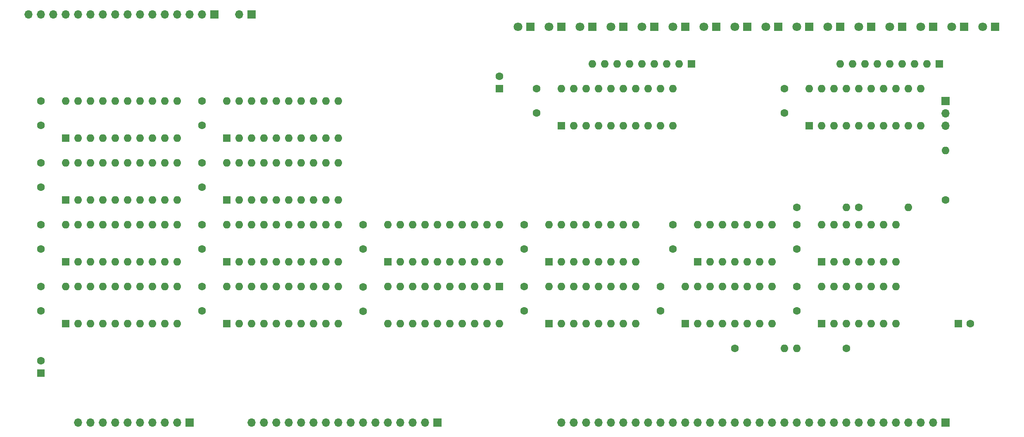
<source format=gbs>
G04 #@! TF.GenerationSoftware,KiCad,Pcbnew,(7.0.0)*
G04 #@! TF.CreationDate,2024-11-17T17:21:31-08:00*
G04 #@! TF.ProjectId,shift_rot,73686966-745f-4726-9f74-2e6b69636164,rev?*
G04 #@! TF.SameCoordinates,Original*
G04 #@! TF.FileFunction,Soldermask,Bot*
G04 #@! TF.FilePolarity,Negative*
%FSLAX46Y46*%
G04 Gerber Fmt 4.6, Leading zero omitted, Abs format (unit mm)*
G04 Created by KiCad (PCBNEW (7.0.0)) date 2024-11-17 17:21:31*
%MOMM*%
%LPD*%
G01*
G04 APERTURE LIST*
%ADD10R,1.600000X1.600000*%
%ADD11O,1.600000X1.600000*%
%ADD12C,1.600000*%
%ADD13R,1.800000X1.800000*%
%ADD14C,1.800000*%
%ADD15R,1.700000X1.700000*%
%ADD16O,1.700000X1.700000*%
G04 APERTURE END LIST*
D10*
X149859999Y-116839999D03*
D11*
X147319999Y-116839999D03*
X144779999Y-116839999D03*
X142239999Y-116839999D03*
X139699999Y-116839999D03*
X137159999Y-116839999D03*
X134619999Y-116839999D03*
X132079999Y-116839999D03*
X129539999Y-116839999D03*
X126999999Y-116839999D03*
X126999999Y-124459999D03*
X129539999Y-124459999D03*
X132079999Y-124459999D03*
X134619999Y-124459999D03*
X137159999Y-124459999D03*
X139699999Y-124459999D03*
X142239999Y-124459999D03*
X144779999Y-124459999D03*
X147319999Y-124459999D03*
X149859999Y-124459999D03*
D12*
X55880000Y-109140000D03*
X55880000Y-104140000D03*
D13*
X175259999Y-63499999D03*
D14*
X172720000Y-63500000D03*
D13*
X219709999Y-63499999D03*
D14*
X217170000Y-63500000D03*
D12*
X157480000Y-81200000D03*
X157480000Y-76200000D03*
D13*
X245109999Y-63499999D03*
D14*
X242570000Y-63500000D03*
D12*
X55880000Y-121840000D03*
X55880000Y-116840000D03*
D15*
X241299999Y-144779999D03*
D16*
X238759999Y-144779999D03*
X236219999Y-144779999D03*
X233679999Y-144779999D03*
X231139999Y-144779999D03*
X228599999Y-144779999D03*
X226059999Y-144779999D03*
X223519999Y-144779999D03*
X220979999Y-144779999D03*
X218439999Y-144779999D03*
X215899999Y-144779999D03*
X213359999Y-144779999D03*
X210819999Y-144779999D03*
X208279999Y-144779999D03*
X205739999Y-144779999D03*
X203199999Y-144779999D03*
X200659999Y-144779999D03*
X198119999Y-144779999D03*
X195579999Y-144779999D03*
X193039999Y-144779999D03*
X190499999Y-144779999D03*
X187959999Y-144779999D03*
X185419999Y-144779999D03*
X182879999Y-144779999D03*
X180339999Y-144779999D03*
X177799999Y-144779999D03*
X175259999Y-144779999D03*
X172719999Y-144779999D03*
X170179999Y-144779999D03*
X167639999Y-144779999D03*
X165099999Y-144779999D03*
X162559999Y-144779999D03*
D10*
X126999999Y-111759999D03*
D11*
X129539999Y-111759999D03*
X132079999Y-111759999D03*
X134619999Y-111759999D03*
X137159999Y-111759999D03*
X139699999Y-111759999D03*
X142239999Y-111759999D03*
X144779999Y-111759999D03*
X147319999Y-111759999D03*
X149859999Y-111759999D03*
X149859999Y-104139999D03*
X147319999Y-104139999D03*
X144779999Y-104139999D03*
X142239999Y-104139999D03*
X139699999Y-104139999D03*
X137159999Y-104139999D03*
X134619999Y-104139999D03*
X132079999Y-104139999D03*
X129539999Y-104139999D03*
X126999999Y-104139999D03*
D10*
X93979999Y-124459999D03*
D11*
X96519999Y-124459999D03*
X99059999Y-124459999D03*
X101599999Y-124459999D03*
X104139999Y-124459999D03*
X106679999Y-124459999D03*
X109219999Y-124459999D03*
X111759999Y-124459999D03*
X114299999Y-124459999D03*
X116839999Y-124459999D03*
X116839999Y-116839999D03*
X114299999Y-116839999D03*
X111759999Y-116839999D03*
X109219999Y-116839999D03*
X106679999Y-116839999D03*
X104139999Y-116839999D03*
X101599999Y-116839999D03*
X99059999Y-116839999D03*
X96519999Y-116839999D03*
X93979999Y-116839999D03*
D12*
X121920000Y-116920000D03*
X121920000Y-121920000D03*
D13*
X168909999Y-63499999D03*
D14*
X166370000Y-63500000D03*
D12*
X121920000Y-109140000D03*
X121920000Y-104140000D03*
X154940000Y-109140000D03*
X154940000Y-104140000D03*
X55880000Y-83740000D03*
X55880000Y-78740000D03*
X88900000Y-83740000D03*
X88900000Y-78740000D03*
D13*
X213359999Y-63499999D03*
D14*
X210820000Y-63500000D03*
D12*
X154940000Y-121840000D03*
X154940000Y-116840000D03*
D13*
X238759999Y-63499999D03*
D14*
X236220000Y-63500000D03*
D10*
X55879999Y-134619999D03*
D12*
X55880000Y-132120000D03*
X210820000Y-121840000D03*
X210820000Y-116840000D03*
D15*
X99059999Y-60959999D03*
D16*
X96519999Y-60959999D03*
D12*
X55880000Y-96440000D03*
X55880000Y-91440000D03*
D10*
X160019999Y-124459999D03*
D11*
X162559999Y-124459999D03*
X165099999Y-124459999D03*
X167639999Y-124459999D03*
X170179999Y-124459999D03*
X172719999Y-124459999D03*
X175259999Y-124459999D03*
X177799999Y-124459999D03*
X177799999Y-116839999D03*
X175259999Y-116839999D03*
X172719999Y-116839999D03*
X170179999Y-116839999D03*
X167639999Y-116839999D03*
X165099999Y-116839999D03*
X162559999Y-116839999D03*
X160019999Y-116839999D03*
D10*
X93979999Y-111759999D03*
D11*
X96519999Y-111759999D03*
X99059999Y-111759999D03*
X101599999Y-111759999D03*
X104139999Y-111759999D03*
X106679999Y-111759999D03*
X109219999Y-111759999D03*
X111759999Y-111759999D03*
X114299999Y-111759999D03*
X116839999Y-111759999D03*
X116839999Y-104139999D03*
X114299999Y-104139999D03*
X111759999Y-104139999D03*
X109219999Y-104139999D03*
X106679999Y-104139999D03*
X104139999Y-104139999D03*
X101599999Y-104139999D03*
X99059999Y-104139999D03*
X96519999Y-104139999D03*
X93979999Y-104139999D03*
D10*
X215899999Y-111759999D03*
D11*
X218439999Y-111759999D03*
X220979999Y-111759999D03*
X223519999Y-111759999D03*
X226059999Y-111759999D03*
X228599999Y-111759999D03*
X231139999Y-111759999D03*
X231139999Y-104139999D03*
X228599999Y-104139999D03*
X226059999Y-104139999D03*
X223519999Y-104139999D03*
X220979999Y-104139999D03*
X218439999Y-104139999D03*
X215899999Y-104139999D03*
D13*
X194309999Y-63499999D03*
D14*
X191770000Y-63500000D03*
D12*
X198120000Y-129540000D03*
D11*
X208279999Y-129539999D03*
D13*
X226059999Y-63499999D03*
D14*
X223520000Y-63500000D03*
D13*
X207009999Y-63499999D03*
D14*
X204470000Y-63500000D03*
D15*
X241299999Y-78739999D03*
D16*
X241299999Y-81279999D03*
X241299999Y-83819999D03*
D13*
X162559999Y-63499999D03*
D14*
X160020000Y-63500000D03*
D12*
X88900000Y-109140000D03*
X88900000Y-104140000D03*
X208280000Y-81200000D03*
X208280000Y-76200000D03*
D10*
X213359999Y-83819999D03*
D11*
X215899999Y-83819999D03*
X218439999Y-83819999D03*
X220979999Y-83819999D03*
X223519999Y-83819999D03*
X226059999Y-83819999D03*
X228599999Y-83819999D03*
X231139999Y-83819999D03*
X233679999Y-83819999D03*
X236219999Y-83819999D03*
X236219999Y-76199999D03*
X233679999Y-76199999D03*
X231139999Y-76199999D03*
X228599999Y-76199999D03*
X226059999Y-76199999D03*
X223519999Y-76199999D03*
X220979999Y-76199999D03*
X218439999Y-76199999D03*
X215899999Y-76199999D03*
X213359999Y-76199999D03*
D13*
X232409999Y-63499999D03*
D14*
X229870000Y-63500000D03*
D10*
X243879999Y-124459999D03*
D12*
X246380000Y-124460000D03*
X210820000Y-109140000D03*
X210820000Y-104140000D03*
X182880000Y-121840000D03*
X182880000Y-116840000D03*
D13*
X251459999Y-63499999D03*
D14*
X248920000Y-63500000D03*
D10*
X160019999Y-111759999D03*
D11*
X162559999Y-111759999D03*
X165099999Y-111759999D03*
X167639999Y-111759999D03*
X170179999Y-111759999D03*
X172719999Y-111759999D03*
X175259999Y-111759999D03*
X177799999Y-111759999D03*
X177799999Y-104139999D03*
X175259999Y-104139999D03*
X172719999Y-104139999D03*
X170179999Y-104139999D03*
X167639999Y-104139999D03*
X165099999Y-104139999D03*
X162559999Y-104139999D03*
X160019999Y-104139999D03*
D10*
X190499999Y-111759999D03*
D11*
X193039999Y-111759999D03*
X195579999Y-111759999D03*
X198119999Y-111759999D03*
X200659999Y-111759999D03*
X203199999Y-111759999D03*
X205739999Y-111759999D03*
X205739999Y-104139999D03*
X203199999Y-104139999D03*
X200659999Y-104139999D03*
X198119999Y-104139999D03*
X195579999Y-104139999D03*
X193039999Y-104139999D03*
X190499999Y-104139999D03*
D15*
X91439999Y-60959999D03*
D16*
X88899999Y-60959999D03*
X86359999Y-60959999D03*
X83819999Y-60959999D03*
X81279999Y-60959999D03*
X78739999Y-60959999D03*
X76199999Y-60959999D03*
X73659999Y-60959999D03*
X71119999Y-60959999D03*
X68579999Y-60959999D03*
X66039999Y-60959999D03*
X63499999Y-60959999D03*
X60959999Y-60959999D03*
X58419999Y-60959999D03*
X55879999Y-60959999D03*
X53339999Y-60959999D03*
D10*
X162559999Y-83819999D03*
D11*
X165099999Y-83819999D03*
X167639999Y-83819999D03*
X170179999Y-83819999D03*
X172719999Y-83819999D03*
X175259999Y-83819999D03*
X177799999Y-83819999D03*
X180339999Y-83819999D03*
X182879999Y-83819999D03*
X185419999Y-83819999D03*
X185419999Y-76199999D03*
X182879999Y-76199999D03*
X180339999Y-76199999D03*
X177799999Y-76199999D03*
X175259999Y-76199999D03*
X172719999Y-76199999D03*
X170179999Y-76199999D03*
X167639999Y-76199999D03*
X165099999Y-76199999D03*
X162559999Y-76199999D03*
D10*
X60959999Y-99059999D03*
D11*
X63499999Y-99059999D03*
X66039999Y-99059999D03*
X68579999Y-99059999D03*
X71119999Y-99059999D03*
X73659999Y-99059999D03*
X76199999Y-99059999D03*
X78739999Y-99059999D03*
X81279999Y-99059999D03*
X83819999Y-99059999D03*
X83819999Y-91439999D03*
X81279999Y-91439999D03*
X78739999Y-91439999D03*
X76199999Y-91439999D03*
X73659999Y-91439999D03*
X71119999Y-91439999D03*
X68579999Y-91439999D03*
X66039999Y-91439999D03*
X63499999Y-91439999D03*
X60959999Y-91439999D03*
D10*
X240029999Y-71119999D03*
D11*
X237489999Y-71119999D03*
X234949999Y-71119999D03*
X232409999Y-71119999D03*
X229869999Y-71119999D03*
X227329999Y-71119999D03*
X224789999Y-71119999D03*
X222249999Y-71119999D03*
X219709999Y-71119999D03*
D10*
X149859999Y-76199999D03*
D12*
X149860000Y-73700000D03*
D13*
X200659999Y-63499999D03*
D14*
X198120000Y-63500000D03*
D12*
X241300000Y-99060000D03*
D11*
X241299999Y-88899999D03*
D10*
X60959999Y-124459999D03*
D11*
X63499999Y-124459999D03*
X66039999Y-124459999D03*
X68579999Y-124459999D03*
X71119999Y-124459999D03*
X73659999Y-124459999D03*
X76199999Y-124459999D03*
X78739999Y-124459999D03*
X81279999Y-124459999D03*
X83819999Y-124459999D03*
X83819999Y-116839999D03*
X81279999Y-116839999D03*
X78739999Y-116839999D03*
X76199999Y-116839999D03*
X73659999Y-116839999D03*
X71119999Y-116839999D03*
X68579999Y-116839999D03*
X66039999Y-116839999D03*
X63499999Y-116839999D03*
X60959999Y-116839999D03*
D12*
X88900000Y-96440000D03*
X88900000Y-91440000D03*
D10*
X93979999Y-99059999D03*
D11*
X96519999Y-99059999D03*
X99059999Y-99059999D03*
X101599999Y-99059999D03*
X104139999Y-99059999D03*
X106679999Y-99059999D03*
X109219999Y-99059999D03*
X111759999Y-99059999D03*
X114299999Y-99059999D03*
X116839999Y-99059999D03*
X116839999Y-91439999D03*
X114299999Y-91439999D03*
X111759999Y-91439999D03*
X109219999Y-91439999D03*
X106679999Y-91439999D03*
X104139999Y-91439999D03*
X101599999Y-91439999D03*
X99059999Y-91439999D03*
X96519999Y-91439999D03*
X93979999Y-91439999D03*
D10*
X189229999Y-71119999D03*
D11*
X186689999Y-71119999D03*
X184149999Y-71119999D03*
X181609999Y-71119999D03*
X179069999Y-71119999D03*
X176529999Y-71119999D03*
X173989999Y-71119999D03*
X171449999Y-71119999D03*
X168909999Y-71119999D03*
D15*
X137159999Y-144779999D03*
D16*
X134619999Y-144779999D03*
X132079999Y-144779999D03*
X129539999Y-144779999D03*
X126999999Y-144779999D03*
X124459999Y-144779999D03*
X121919999Y-144779999D03*
X119379999Y-144779999D03*
X116839999Y-144779999D03*
X114299999Y-144779999D03*
X111759999Y-144779999D03*
X109219999Y-144779999D03*
X106679999Y-144779999D03*
X104139999Y-144779999D03*
X101599999Y-144779999D03*
X99059999Y-144779999D03*
D12*
X185420000Y-109140000D03*
X185420000Y-104140000D03*
D13*
X187959999Y-63499999D03*
D14*
X185420000Y-63500000D03*
D12*
X220980000Y-129540000D03*
D11*
X210819999Y-129539999D03*
D10*
X215899999Y-124459999D03*
D11*
X218439999Y-124459999D03*
X220979999Y-124459999D03*
X223519999Y-124459999D03*
X226059999Y-124459999D03*
X228599999Y-124459999D03*
X231139999Y-124459999D03*
X231139999Y-116839999D03*
X228599999Y-116839999D03*
X226059999Y-116839999D03*
X223519999Y-116839999D03*
X220979999Y-116839999D03*
X218439999Y-116839999D03*
X215899999Y-116839999D03*
D10*
X187959999Y-124459999D03*
D11*
X190499999Y-124459999D03*
X193039999Y-124459999D03*
X195579999Y-124459999D03*
X198119999Y-124459999D03*
X200659999Y-124459999D03*
X203199999Y-124459999D03*
X205739999Y-124459999D03*
X205739999Y-116839999D03*
X203199999Y-116839999D03*
X200659999Y-116839999D03*
X198119999Y-116839999D03*
X195579999Y-116839999D03*
X193039999Y-116839999D03*
X190499999Y-116839999D03*
X187959999Y-116839999D03*
D13*
X156209999Y-63499999D03*
D14*
X153670000Y-63500000D03*
D10*
X60959999Y-111759999D03*
D11*
X63499999Y-111759999D03*
X66039999Y-111759999D03*
X68579999Y-111759999D03*
X71119999Y-111759999D03*
X73659999Y-111759999D03*
X76199999Y-111759999D03*
X78739999Y-111759999D03*
X81279999Y-111759999D03*
X83819999Y-111759999D03*
X83819999Y-104139999D03*
X81279999Y-104139999D03*
X78739999Y-104139999D03*
X76199999Y-104139999D03*
X73659999Y-104139999D03*
X71119999Y-104139999D03*
X68579999Y-104139999D03*
X66039999Y-104139999D03*
X63499999Y-104139999D03*
X60959999Y-104139999D03*
D15*
X86359999Y-144779999D03*
D16*
X83819999Y-144779999D03*
X81279999Y-144779999D03*
X78739999Y-144779999D03*
X76199999Y-144779999D03*
X73659999Y-144779999D03*
X71119999Y-144779999D03*
X68579999Y-144779999D03*
X66039999Y-144779999D03*
X63499999Y-144779999D03*
D13*
X181609999Y-63499999D03*
D14*
X179070000Y-63500000D03*
D10*
X60959999Y-86359999D03*
D11*
X63499999Y-86359999D03*
X66039999Y-86359999D03*
X68579999Y-86359999D03*
X71119999Y-86359999D03*
X73659999Y-86359999D03*
X76199999Y-86359999D03*
X78739999Y-86359999D03*
X81279999Y-86359999D03*
X83819999Y-86359999D03*
X83819999Y-78739999D03*
X81279999Y-78739999D03*
X78739999Y-78739999D03*
X76199999Y-78739999D03*
X73659999Y-78739999D03*
X71119999Y-78739999D03*
X68579999Y-78739999D03*
X66039999Y-78739999D03*
X63499999Y-78739999D03*
X60959999Y-78739999D03*
D12*
X88900000Y-121840000D03*
X88900000Y-116840000D03*
D10*
X93979999Y-86359999D03*
D11*
X96519999Y-86359999D03*
X99059999Y-86359999D03*
X101599999Y-86359999D03*
X104139999Y-86359999D03*
X106679999Y-86359999D03*
X109219999Y-86359999D03*
X111759999Y-86359999D03*
X114299999Y-86359999D03*
X116839999Y-86359999D03*
X116839999Y-78739999D03*
X114299999Y-78739999D03*
X111759999Y-78739999D03*
X109219999Y-78739999D03*
X106679999Y-78739999D03*
X104139999Y-78739999D03*
X101599999Y-78739999D03*
X99059999Y-78739999D03*
X96519999Y-78739999D03*
X93979999Y-78739999D03*
D12*
X223520000Y-100584000D03*
D11*
X233679999Y-100583999D03*
D12*
X210820000Y-100584000D03*
D11*
X220979999Y-100583999D03*
M02*

</source>
